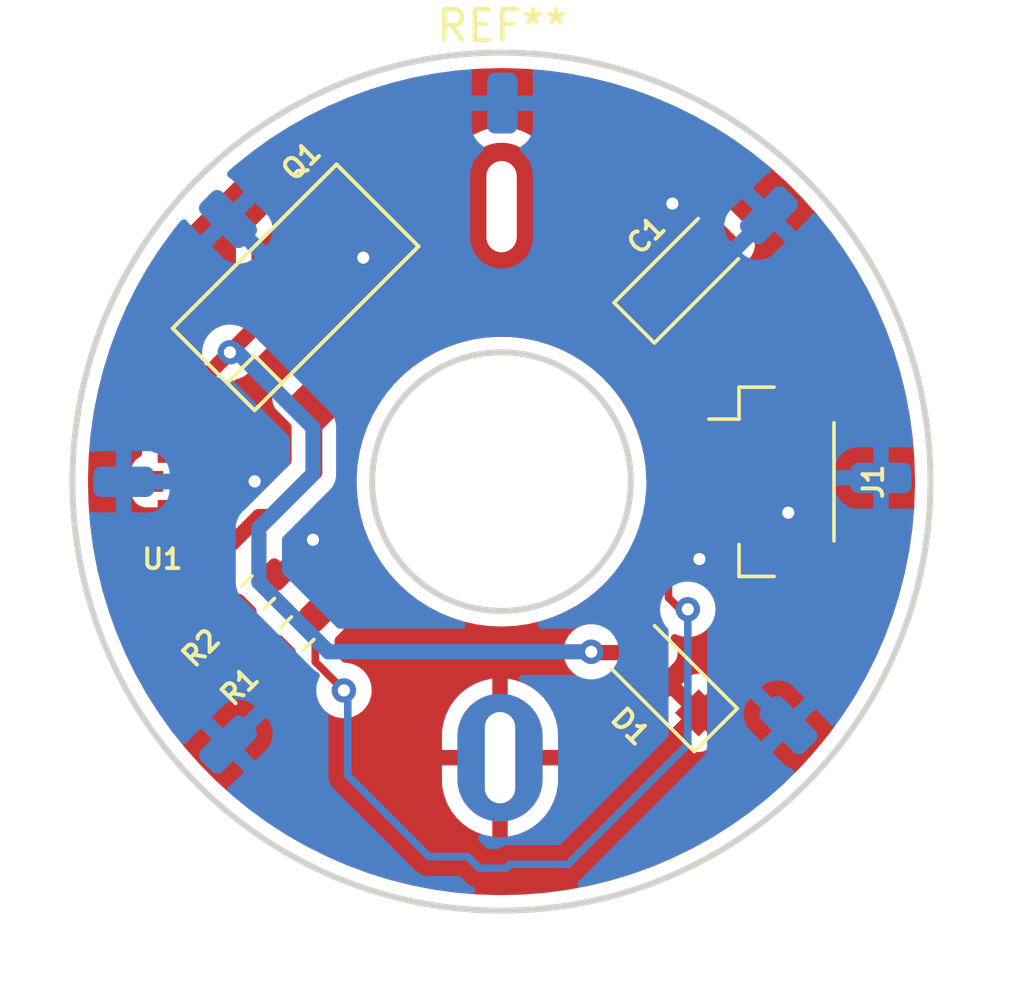
<source format=kicad_pcb>
(kicad_pcb (version 20210722) (generator pcbnew)
  (layers (0 "F.Cu" signal) (31 "B.Cu" signal) (34 "B.Paste" user) (35 "F.Paste" user) (36 "B.SilkS" user "B.Silkscreen") (37 "F.SilkS" user "F.Silkscreen") (38 "B.Mask" user) (39 "F.Mask" user) (44 "Edge.Cuts" user))
  (net 0 "")
  (net 1 "+12V")
  (net 2 "GND")
  (net 3 "Net-(D1-Pad2)")
  (net 4 "PWM")
  (net 5 "BEMF")
  (net 6 "Net-(Q1-Pad1)")
  (footprint "250X15W104MV4E:250X15W104MV4E" (layer "F.Cu") (at 69.5452 58.661301 -90)
    (fp_text reference "U1" (at 2.552699 0.5842 180) (layer "F.SilkS") (effects (font (size 0.65 0.65) (thickness 0.13))))
    (fp_text value "250X15W104MV4E" hide)
    (pad "1" smd rect locked (at -1.0414 0 270) (size 0.8636 1.4732) (layers "F.Cu" "F.Paste" "F.Mask") (net 3 "Net-(D1-Pad2)"))
    (pad "2" smd rect locked (at 1.0414 0 270) (size 0.8636 1.4732) (layers "F.Cu" "F.Paste" "F.Mask") (net 1 "+12V"))
    (pad "3" smd rect locked (at 0 -0.8255 270) (size 0.6858 0.5334) (layers "F.Cu" "F.Paste" "F.Mask") (net 2 "GND"))
    (pad "4" smd rect locked (at 0 0.8255 270) (size 0.6858 0.5334) (layers "F.Cu" "F.Paste" "F.Mask") (net 2 "GND"))
  )
  (footprint "STN4NF20L:SOT223" (layer "F.Cu") (at 75.586584 54.529984 45)
    (fp_text reference "Q1" (at 3.071248 -5.975454 45) (layer "F.SilkS") (effects (font (size 0.65 0.65) (thickness 0.13))))
    (fp_text value "STN4NF20L")
    (fp_line (start 3.81 -1.27) (end 3.81 -5.08) (layer "F.SilkS") (width 0.127))
    (fp_line (start -3.81 -1.27) (end -2.54 -1.27) (layer "F.SilkS") (width 0.127))
    (fp_line (start 3.81 -5.08) (end -3.81 -5.08) (layer "F.SilkS") (width 0.127))
    (fp_line (start -2.54 -2.54) (end -2.54 -1.27) (layer "F.SilkS") (width 0.127))
    (fp_line (start -3.81 -5.08) (end -3.81 -2.54) (layer "F.SilkS") (width 0.127))
    (fp_line (start -2.54 -1.27) (end 3.81 -1.27) (layer "F.SilkS") (width 0.127))
    (fp_line (start -3.81 -2.54) (end -3.81 -1.27) (layer "F.SilkS") (width 0.127))
    (fp_line (start -3.81 -2.54) (end -2.54 -2.54) (layer "F.SilkS") (width 0.127))
    (pad "1" smd rect locked (at -2.286 0 45) (size 0.9906 1.4986) (layers "F.Cu" "F.Paste" "F.Mask") (net 6 "Net-(Q1-Pad1)"))
    (pad "2" smd rect locked (at 0 0 45) (size 0.9906 1.4986) (layers "F.Cu" "F.Paste" "F.Mask") (net 3 "Net-(D1-Pad2)"))
    (pad "3" smd rect locked (at 2.286 0 45) (size 0.9906 1.4986) (layers "F.Cu" "F.Paste" "F.Mask") (net 2 "GND"))
    (pad "T" smd rect locked (at 0 -6.2992 45) (size 3.2766 1.4986) (layers "F.Cu" "F.Paste" "F.Mask") (net 3 "Net-(D1-Pad2)"))
  )
  (footprint "" (layer "F.Cu") (at 88.9 49.911)
    (fp_text reference "" (at 0 0) (layer "F.SilkS") (effects (font (size 1.27 1.27))))
    (fp_text value "" (at 0 0) (layer "F.SilkS") (effects (font (size 1.27 1.27))))
    (pad "1" smd roundrect locked (at 0 0 315) (size 1 2) (layers "B.Cu" "B.Paste" "B.Mask") (net 2 "GND"))
  )
  (footprint "motor-mount:motor-mount" (layer "F.Cu") (at 88.8816 44.0436 180)
    (fp_text reference "J3" hide)
    (fp_text value "motor-connector")
    (pad "1" thru_hole oval (at 8.77 -5.588 180) (size 2.6 4.2) (drill oval 1 3) (layers *.Cu "F.Mask") (remove_unused_layers) (net 3 "Net-(D1-Pad2)"))
  )
  (footprint "Capacitor_Tantalum_SMD:CP_EIA-3216-18_Kemet-A" (layer "F.Cu") (at 86.106 51.816 45)
    (fp_text reference "C1" (at 0 -1.75 45) (layer "F.SilkS") (effects (font (size 0.65 0.65) (thickness 0.13))))
    (fp_text value "C_Polarized")
    (fp_line (start 1.6 -0.935) (end -2.31 -0.935) (layer "F.SilkS") (width 0.12))
    (fp_line (start -2.31 0.935) (end 1.6 0.935) (layer "F.SilkS") (width 0.12))
    (fp_line (start -2.31 -0.935) (end -2.31 0.935) (layer "F.SilkS") (width 0.12))
    (pad "1" smd roundrect locked (at -1.35 0 45) (size 1.4 1.35) (layers "F.Cu" "F.Paste" "F.Mask") (roundrect_rratio 0.185185) (net 1 "+12V"))
    (pad "2" smd roundrect locked (at 1.35 0 45) (size 1.4 1.35) (layers "F.Cu" "F.Paste" "F.Mask") (roundrect_rratio 0.185185) (net 2 "GND"))
  )
  (footprint "Connector_JST:JST_SH_BM04B-SRSS-TB_1x04-1MP_P1.00mm_Vertical" (layer "F.Cu") (at 89.027 58.674 -90)
    (fp_text reference "J1" (at 0 -3.3 90) (layer "F.SilkS") (effects (font (size 0.65 0.65) (thickness 0.13))))
    (fp_text value "BM04B-SRSS-TBT(LF)(SN)")
    (fp_line (start 3.11 1.11) (end 2.06 1.11) (layer "F.SilkS") (width 0.12))
    (fp_line (start -1.94 -2.01) (end 1.94 -2.01) (layer "F.SilkS") (width 0.12))
    (fp_line (start 3.11 -0.04) (end 3.11 1.11) (layer "F.SilkS") (width 0.12))
    (fp_line (start -3.11 1.11) (end -2.06 1.11) (layer "F.SilkS") (width 0.12))
    (fp_line (start -3.11 -0.04) (end -3.11 1.11) (layer "F.SilkS") (width 0.12))
    (fp_line (start -2.06 1.11) (end -2.06 2.1) (layer "F.SilkS") (width 0.12))
    (pad "1" smd roundrect locked (at -1.5 1.325 270) (size 0.6 1.55) (layers "F.Cu" "F.Paste" "F.Mask") (net 1 "+12V"))
    (pad "2" smd roundrect locked (at -0.5 1.325 270) (size 0.6 1.55) (layers "F.Cu" "F.Paste" "F.Mask") (net 4 "PWM"))
    (pad "3" smd roundrect locked (at 0.5 1.325 270) (size 0.6 1.55) (layers "F.Cu" "F.Paste" "F.Mask") (net 5 "BEMF"))
    (pad "4" smd roundrect locked (at 1.5 1.325 270) (size 0.6 1.55) (layers "F.Cu" "F.Paste" "F.Mask") (net 2 "GND"))
    (pad "MP" smd roundrect locked (at -2.8 -1.2 270) (size 1.2 1.8) (layers "F.Cu" "F.Paste" "F.Mask") (roundrect_rratio 0.208333))
    (pad "MP" smd roundrect locked (at 2.8 -1.2 270) (size 1.2 1.8) (layers "F.Cu" "F.Paste" "F.Mask") (roundrect_rratio 0.208333))
  )
  (footprint "" (layer "F.Cu") (at 71.12 50.038)
    (fp_text reference "" (at 0 0) (layer "F.SilkS") (effects (font (size 1.27 1.27))))
    (fp_text value "" (at 0 0) (layer "F.SilkS") (effects (font (size 1.27 1.27))))
    (pad "1" smd roundrect locked (at 0 0 45) (size 1 2) (layers "B.Cu" "B.Paste" "B.Mask") (net 2 "GND"))
  )
  (footprint "" (layer "F.Cu") (at 89.535 66.675)
    (fp_text reference "" (at 0 0) (layer "F.SilkS") (effects (font (size 1.27 1.27))))
    (fp_text value "" (at 0 0) (layer "F.SilkS") (effects (font (size 1.27 1.27))))
    (pad "1" smd roundrect locked (at 0 0 45) (size 1 2) (layers "B.Cu" "B.Paste" "B.Mask") (net 2 "GND"))
  )
  (footprint "Connector_Wire:SolderWirePad_1x01_SMD_1x2mm" (layer "F.Cu") (at 80.137 46.228)
    (fp_text reference "REF**" (at 0 -2.54) (layer "F.SilkS"))
    (fp_text value "SolderWirePad_1x01_SMD_1x2mm")
    (pad "1" smd roundrect locked (at 0 0) (size 1 2) (layers "B.Cu" "B.Paste" "B.Mask") (net 2 "GND"))
  )
  (footprint "Resistor_SMD:R_0603_1608Metric" (layer "F.Cu") (at 73.406 63.6524 45)
    (fp_text reference "R1" (at -2.586314 -0.107763 45) (layer "F.SilkS") (effects (font (size 0.65 0.65) (thickness 0.13))))
    (fp_text value "160")
    (fp_line (start -0.237258 0.5225) (end 0.237258 0.5225) (layer "F.SilkS") (width 0.12))
    (fp_line (start -0.237258 -0.5225) (end 0.237258 -0.5225) (layer "F.SilkS") (width 0.12))
    (pad "1" smd roundrect locked (at -0.825 0 45) (size 0.8 0.95) (layers "F.Cu" "F.Paste" "F.Mask") (net 6 "Net-(Q1-Pad1)"))
    (pad "2" smd roundrect locked (at 0.825 0 45) (size 0.8 0.95) (layers "F.Cu" "F.Paste" "F.Mask") (net 4 "PWM"))
  )
  (footprint "" (layer "F.Cu") (at 92.583 58.547)
    (fp_text reference "" (at 0 0) (layer "F.SilkS") (effects (font (size 1.27 1.27))))
    (fp_text value "" (at 0 0) (layer "F.SilkS") (effects (font (size 1.27 1.27))))
    (pad "1" smd roundrect locked (at 0 0 90) (size 1 2) (layers "B.Cu" "B.Paste" "B.Mask") (net 2 "GND"))
  )
  (footprint "" (layer "F.Cu") (at 67.691 58.674 90)
    (fp_text reference "" (at 0 0 90) (layer "F.SilkS") (effects (font (size 1.27 1.27))))
    (fp_text value "" (at 0 0 90) (layer "F.SilkS") (effects (font (size 1.27 1.27))))
    (pad "1" smd roundrect locked (at 0 0 90) (size 1 2) (layers "B.Cu" "B.Paste" "B.Mask") (net 2 "GND"))
  )
  (footprint "Resistor_SMD:R_0603_1608Metric" (layer "F.Cu") (at 72.1106 62.3062 45)
    (fp_text reference "R2" (at -2.622235 -0.035921 45) (layer "F.SilkS") (effects (font (size 0.65 0.65) (thickness 0.13))))
    (fp_text value "100k")
    (fp_line (start -0.237258 -0.5225) (end 0.237258 -0.5225) (layer "F.SilkS") (width 0.12))
    (fp_line (start -0.237258 0.5225) (end 0.237258 0.5225) (layer "F.SilkS") (width 0.12))
    (pad "1" smd roundrect locked (at -0.825 0 45) (size 0.8 0.95) (layers "F.Cu" "F.Paste" "F.Mask") (net 6 "Net-(Q1-Pad1)"))
    (pad "2" smd roundrect locked (at 0.825 0 45) (size 0.8 0.95) (layers "F.Cu" "F.Paste" "F.Mask") (net 2 "GND"))
  )
  (footprint "" (layer "F.Cu") (at 71.12 67.31)
    (fp_text reference "" (at 0 0) (layer "F.SilkS") (effects (font (size 1.27 1.27))))
    (fp_text value "" (at 0 0) (layer "F.SilkS") (effects (font (size 1.27 1.27))))
    (pad "1" smd roundrect locked (at 0 0 315) (size 1 2) (layers "B.Cu" "B.Paste" "B.Mask") (net 2 "GND"))
  )
  (footprint "Diode_SMD:D_SOD-123F" (layer "F.Cu") (at 85.598 65.278 135)
    (fp_text reference "D1" (at -0.127 -1.905 135) (layer "F.SilkS") (effects (font (size 0.65 0.65) (thickness 0.13))))
    (fp_text value "SOD4007")
    (fp_line (start -2.2 -1) (end 1.65 -1) (layer "F.SilkS") (width 0.12))
    (fp_line (start -2.2 1) (end 1.65 1) (layer "F.SilkS") (width 0.12))
    (fp_line (start -2.2 -1) (end -2.2 1) (layer "F.SilkS") (width 0.12))
    (pad "1" smd rect locked (at -1.4 0 135) (size 1.1 1.1) (layers "F.Cu" "F.Paste" "F.Mask") (net 1 "+12V"))
    (pad "2" smd rect locked (at 1.4 0 135) (size 1.1 1.1) (layers "F.Cu" "F.Paste" "F.Mask") (net 3 "Net-(D1-Pad2)"))
  )
  (footprint "motor-mount:motor-mount" (layer "F.Cu") (at 71.2908 73.3298)
    (fp_text reference "J2" hide)
    (fp_text value "motor-connector" hide)
    (pad "1" thru_hole oval (at 8.77 -5.588) (size 2.8 4.2) (drill oval 1 3) (layers *.Cu *.Mask) (net 1 "+12V"))
  )
  (gr_circle (center 80.108453 58.668291) (end 94.208453 58.668291) (layer "Edge.Cuts") (width 0.2) (fill none))
  (gr_circle (center 80.108453 58.668291) (end 84.358453 58.668291) (layer "Edge.Cuts") (width 0.2) (fill none))
  (segment (start 86.892 60.174) (end 86.741 60.325) (width 0.5) (layer "F.Cu") (net 2))
  (segment (start 72.009 58.674) (end 71.996301 58.661301) (width 0.5) (layer "F.Cu") (net 2))
  (segment (start 87.702 60.174) (end 88.591 60.174) (width 0.5) (layer "F.Cu") (net 2))
  (segment (start 68.7197 58.661301) (end 70.3707 58.661301) (width 0.5) (layer "F.Cu") (net 2))
  (segment (start 86.614 60.452) (end 86.614 61.214) (width 0.5) (layer "F.Cu") (net 2))
  (segment (start 89.051 60.174) (end 89.535 59.69) (width 0.5) (layer "F.Cu") (net 2))
  (segment (start 87.702 60.174) (end 89.051 60.174) (width 0.5) (layer "F.Cu") (net 2))
  (segment (start 72.693963 61.722837) (end 72.770163 61.722837) (width 0.5) (layer "F.Cu") (net 2))
  (segment (start 77.170538 52.913538) (end 75.565 51.308) (width 0.5) (layer "F.Cu") (net 2))
  (segment (start 86.741 60.325) (end 86.614 60.452) (width 0.5) (layer "F.Cu") (net 2))
  (segment (start 72.770163 61.722837) (end 73.914 60.579) (width 0.5) (layer "F.Cu") (net 2))
  (segment (start 70.3707 58.661301) (end 71.996301 58.661301) (width 0.5) (layer "F.Cu") (net 2))
  (segment (start 87.060594 50.861406) (end 87.056406 50.861406) (width 0.5) (layer "F.Cu") (net 2))
  (segment (start 87.702 60.174) (end 86.892 60.174) (width 0.5) (layer "F.Cu") (net 2))
  (segment (start 87.056406 50.861406) (end 85.725 49.53) (width 0.5) (layer "F.Cu") (net 2))
  (segment (start 77.20303 52.913538) (end 77.170538 52.913538) (width 0.5) (layer "F.Cu") (net 2))
  (via (at 73.914 60.579) (size 0.8) (drill 0.4) (layers "F.Cu" "B.Cu") (net 2))
  (via (at 86.614 61.214) (size 0.8) (drill 0.4) (layers "F.Cu" "B.Cu") (net 2))
  (via (at 75.565 51.308) (size 0.8) (drill 0.4) (layers "F.Cu" "B.Cu") (net 2))
  (via (at 89.535 59.69) (size 0.8) (drill 0.4) (layers "F.Cu" "B.Cu") (net 2))
  (via (at 85.725 49.53) (size 0.8) (drill 0.4) (layers "F.Cu" "B.Cu") (net 2))
  (via (at 71.996301 58.661301) (size 0.8) (drill 0.4) (layers "F.Cu" "B.Cu") (net 2))
  (segment (start 74.3966 53.34) (end 72.263 53.34) (width 0.5) (layer "F.Cu") (net 3))
  (segment (start 77.0636 49.6316) (end 80.1116 49.6316) (width 0.5) (layer "F.Cu") (net 3))
  (segment (start 83.084051 64.288051) (end 83.058 64.262) (width 0.5) (layer "F.Cu") (net 3))
  (segment (start 75.438 49.403) (end 76.835 49.403) (width 0.5) (layer "F.Cu") (net 3))
  (segment (start 75.586584 54.529984) (end 74.3966 53.34) (width 0.5) (layer "F.Cu") (net 3))
  (segment (start 72.263 53.34) (end 72.263 52.578) (width 0.5) (layer "F.Cu") (net 3))
  (segment (start 71.132377 52.209377) (end 72.263 53.34) (width 0.5) (layer "F.Cu") (net 3))
  (segment (start 84.608051 64.288051) (end 83.084051 64.288051) (width 0.5) (layer "F.Cu") (net 3))
  (segment (start 72.263 53.34) (end 71.1835 54.4195) (width 0.5) (layer "F.Cu") (net 3))
  (segment (start 72.263 52.578) (end 75.438 49.403) (width 0.5) (layer "F.Cu") (net 3))
  (segment (start 69.5452 56.0578) (end 69.5452 57.619901) (width 0.5) (layer "F.Cu") (net 3))
  (segment (start 71.132377 50.075777) (end 71.132377 52.209377) (width 0.5) (layer "F.Cu") (net 3))
  (segment (start 71.1835 54.4195) (end 69.5452 56.0578) (width 0.5) (layer "F.Cu") (net 3))
  (segment (start 76.835 49.403) (end 77.0636 49.6316) (width 0.5) (layer "F.Cu") (net 3))
  (via (at 71.1835 54.4195) (size 0.8) (drill 0.4) (layers "F.Cu" "B.Cu") (net 3))
  (via (at 83.058 64.262) (size 0.8) (drill 0.4) (layers "F.Cu" "B.Cu") (net 3))
  (segment (start 83.058 64.262) (end 74.422 64.262) (width 0.5) (layer "B.Cu") (net 3))
  (segment (start 73.914 58.42) (end 73.914 56.896) (width 0.5) (layer "B.Cu") (net 3))
  (segment (start 74.422 64.262) (end 72.136 61.976) (width 0.5) (layer "B.Cu") (net 3))
  (segment (start 73.914 56.896) (end 71.4375 54.4195) (width 0.5) (layer "B.Cu") (net 3))
  (segment (start 71.4375 54.4195) (end 71.1835 54.4195) (width 0.5) (layer "B.Cu") (net 3))
  (segment (start 72.136 60.198) (end 73.914 58.42) (width 0.5) (layer "B.Cu") (net 3))
  (segment (start 72.136 61.976) (end 72.136 60.198) (width 0.5) (layer "B.Cu") (net 3))
  (segment (start 73.989363 64.591363) (end 73.989363 63.069037) (width 0.25) (layer "F.Cu") (net 4))
  (segment (start 86.479 58.174) (end 85.852 58.801) (width 0.25) (layer "F.Cu") (net 4))
  (segment (start 74.93 65.532) (end 73.989363 64.591363) (width 0.25) (layer "F.Cu") (net 4))
  (segment (start 85.598 59.055) (end 85.598 61.595) (width 0.25) (layer "F.Cu") (net 4))
  (segment (start 85.852 58.801) (end 85.598 59.055) (width 0.25) (layer "F.Cu") (net 4))
  (segment (start 87.702 58.174) (end 86.479 58.174) (width 0.25) (layer "F.Cu") (net 4))
  (segment (start 85.598 61.595) (end 85.598 62.484) (width 0.25) (layer "F.Cu") (net 4))
  (segment (start 85.979 62.865) (end 86.233 62.865) (width 0.25) (layer "F.Cu") (net 4))
  (segment (start 85.598 62.484) (end 85.979 62.865) (width 0.25) (layer "F.Cu") (net 4))
  (via (at 74.93 65.532) (size 0.8) (drill 0.4) (layers "F.Cu" "B.Cu") (net 4))
  (via (at 86.233 62.865) (size 0.8) (drill 0.4) (layers "F.Cu" "B.Cu") (net 4))
  (segment (start 83.312 70.231) (end 82.296 71.247) (width 0.25) (layer "B.Cu") (net 4))
  (segment (start 75.057 66.04) (end 75.057 65.659) (width 0.25) (layer "B.Cu") (net 4))
  (segment (start 80.391 71.247) (end 80.264 71.374) (width 0.25) (layer "B.Cu") (net 4))
  (segment (start 79.629 71.374) (end 79.375 71.374) (width 0.25) (layer "B.Cu") (net 4))
  (segment (start 80.264 71.374) (end 79.629 71.374) (width 0.25) (layer "B.Cu") (net 4))
  (segment (start 77.851 70.993) (end 77.724 70.993) (width 0.25) (layer "B.Cu") (net 4))
  (segment (start 79.375 71.374) (end 79.121 71.12) (width 0.25) (layer "B.Cu") (net 4))
  (segment (start 86.233 67.31) (end 83.312 70.231) (width 0.25) (layer "B.Cu") (net 4))
  (segment (start 75.057 65.659) (end 74.93 65.532) (width 0.25) (layer "B.Cu") (net 4))
  (segment (start 76.327 69.596) (end 75.057 68.326) (width 0.25) (layer "B.Cu") (net 4))
  (segment (start 79.121 71.12) (end 78.994 70.993) (width 0.25) (layer "B.Cu") (net 4))
  (segment (start 78.994 70.993) (end 77.851 70.993) (width 0.25) (layer "B.Cu") (net 4))
  (segment (start 86.233 62.865) (end 86.233 67.31) (width 0.25) (layer "B.Cu") (net 4))
  (segment (start 81.788 71.247) (end 80.391 71.247) (width 0.25) (layer "B.Cu") (net 4))
  (segment (start 77.724 70.993) (end 76.327 69.596) (width 0.25) (layer "B.Cu") (net 4))
  (segment (start 82.296 71.247) (end 81.788 71.247) (width 0.25) (layer "B.Cu") (net 4))
  (segment (start 75.057 68.326) (end 75.057 66.04) (width 0.25) (layer "B.Cu") (net 4))
  (segment (start 71.527237 62.889563) (end 70.612 61.974326) (width 0.5) (layer "F.Cu") (net 6))
  (segment (start 72.517 59.817) (end 73.970138 58.363862) (width 0.5) (layer "F.Cu") (net 6))
  (segment (start 72.822637 64.235763) (end 72.822637 64.184963) (width 0.5) (layer "F.Cu") (net 6))
  (segment (start 72.136 59.817) (end 72.517 59.817) (width 0.5) (layer "F.Cu") (net 6))
  (segment (start 72.822637 64.184963) (end 71.527237 62.889563) (width 0.5) (layer "F.Cu") (net 6))
  (segment (start 70.612 61.341) (end 72.136 59.817) (width 0.5) (layer "F.Cu") (net 6))
  (segment (start 70.612 61.974326) (end 70.612 61.341) (width 0.5) (layer "F.Cu") (net 6))
  (segment (start 73.970138 58.363862) (end 73.970138 56.14643) (width 0.5) (layer "F.Cu") (net 6))
  (zone (net 1) (net_name "+12V") (layer "F.Cu") (connect_pads (clearance 0.508)) (min_thickness 0.254) (fill yes (thermal_gap 0.508) (thermal_bridge_width 0.508))
    (polygon (pts (xy 97.282 75.184) (xy 63.627 75.184) (xy 63.627 43.18) (xy 97.282 43.18)))
  )
  (zone (net 2) (net_name "GND") (layer "B.Cu") (connect_pads (clearance 0.508)) (min_thickness 0.254) (fill yes (thermal_gap 0.508) (thermal_bridge_width 0.508))
    (polygon (pts (xy 97.282 75.184) (xy 63.627 75.184) (xy 63.627 43.18) (xy 97.282 43.18)))
  )
)
</source>
